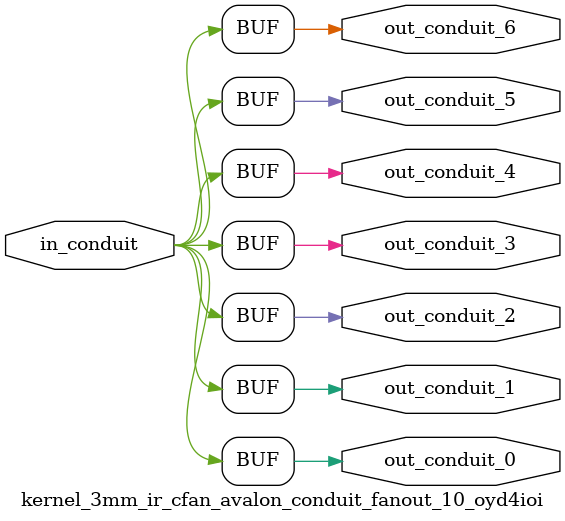
<source format=sv>


 


// --------------------------------------------------------------------------------
//| Avalon Conduit Fan-Out
// --------------------------------------------------------------------------------

// ------------------------------------------
// Generation parameters:
//   output_name:       kernel_3mm_ir_cfan_avalon_conduit_fanout_10_oyd4ioi
//   numFanOut:         7
//   
// ------------------------------------------

module kernel_3mm_ir_cfan_avalon_conduit_fanout_10_oyd4ioi (     

// Interface: out_conduit_0
 output                    out_conduit_0,
// Interface: out_conduit_1
 output                    out_conduit_1,
// Interface: out_conduit_2
 output                    out_conduit_2,
// Interface: out_conduit_3
 output                    out_conduit_3,
// Interface: out_conduit_4
 output                    out_conduit_4,
// Interface: out_conduit_5
 output                    out_conduit_5,
// Interface: out_conduit_6
 output                    out_conduit_6,

// Interface: in_conduit
 input                   in_conduit

);

   assign  out_conduit_0 = in_conduit;
   assign  out_conduit_1 = in_conduit;
   assign  out_conduit_2 = in_conduit;
   assign  out_conduit_3 = in_conduit;
   assign  out_conduit_4 = in_conduit;
   assign  out_conduit_5 = in_conduit;
   assign  out_conduit_6 = in_conduit;

endmodule //


</source>
